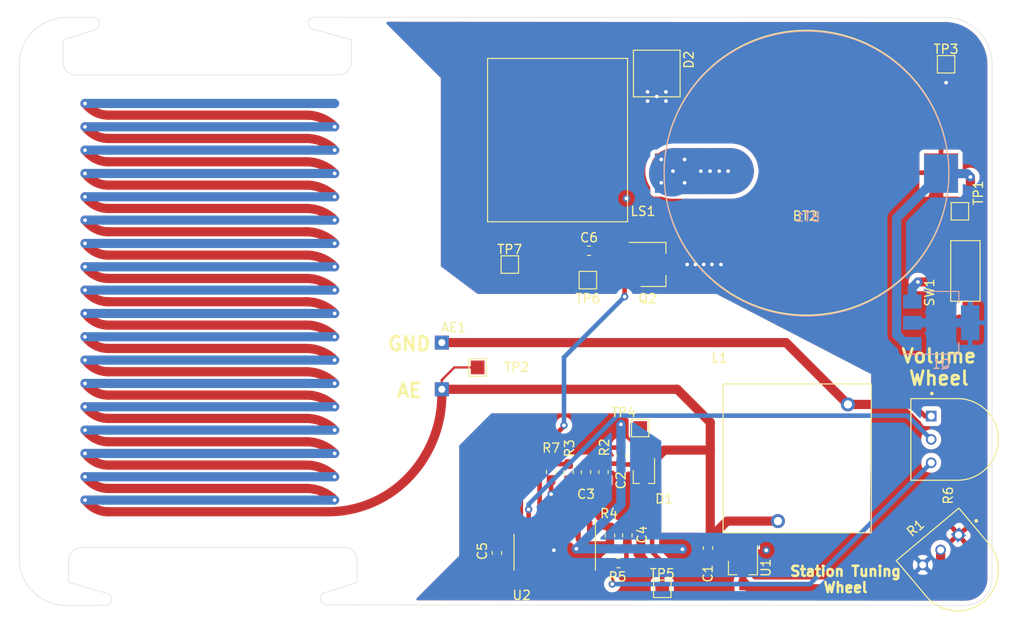
<source format=kicad_pcb>
(kicad_pcb (version 20211014) (generator pcbnew)
  (layers (0 "F.Cu" signal) (31 "B.Cu" signal) (34 "B.Paste" user) (35 "F.Paste" user) (36 "B.SilkS" user "B.Silkscreen") (37 "F.SilkS" user "F.Silkscreen") (38 "B.Mask" user) (39 "F.Mask" user) (44 "Edge.Cuts" user))
  (net 0 "")
  (net 1 "GND")
  (net 2 "Net-(AE1-Pad2)")
  (net 3 "/+Vbat")
  (net 4 "Net-(BT1-Pad2)")
  (net 5 "Net-(C2-Pad1)")
  (net 6 "Net-(C3-Pad2)")
  (net 7 "Net-(C4-Pad2)")
  (net 8 "Net-(C4-Pad1)")
  (net 9 "Net-(C6-Pad2)")
  (net 10 "Net-(BT1-Pad1)")
  (net 11 "Net-(Q2-Pad3)")
  (net 12 "Net-(C3-Pad1)")
  (net 13 "Net-(C5-Pad1)")
  (net 14 "Net-(R1-Pad2)")
  (net 15 "Net-(C6-Pad1)")
  (net 16 "Net-(C1-Pad2)")
  (net 17 "Net-(Q1-Pad3)")
  (net 18 "Net-(R6-Pad2)")
  (net 19 "Net-(R5-Pad1)")
  (footprint "WalletRadio:Loop_Antenna" (layer "F.Cu") (at 150.1 108.84 -90)
    (fp_text reference "AE1" (at -4.192 -1.284 180) (layer "F.SilkS"))
    (fp_text value "Antenna_Loop")
    (pad "1" thru_hole rect locked (at -2.54 0 270) (size 1.524 1.524) (drill 0.762) (layers *.Cu *.Mask) (net 1 "GND"))
    (pad "2" thru_hole rect locked (at 2.54 0 270) (size 1.524 1.524) (drill 0.762) (layers *.Cu *.Mask) (net 2 "Net-(AE1-Pad2)"))
  )
  (footprint "WalletRadio:20mmCoinCell" (layer "F.Cu") (at 189.8 87.8)
    (fp_text reference "BT2" (at -0.14 4.71) (layer "F.SilkS"))
    (fp_text value "Battery_Cell")
    (pad "1" smd rect locked (at -14.65 0) (size 3.7 4.2) (layers "F.Cu" "F.Paste" "F.Mask") (net 4 "Net-(BT1-Pad2)"))
    (pad "2" smd rect locked (at 14.65 0) (size 3.7 4.2) (layers "F.Cu" "F.Paste" "F.Mask") (net 1 "GND"))
  )
  (footprint "Capacitor_SMD:C_0603_1608Metric_Pad1.05x0.95mm_HandSolder" (layer "F.Cu") (at 165.8 120.4 90)
    (fp_text reference "C3" (at -2.4 0 180) (layer "F.SilkS"))
    (fp_text value "0.1uF")
    (pad "1" smd roundrect locked (at -0.875 0 90) (size 1.05 0.95) (layers "F.Cu" "F.Paste" "F.Mask") (net 12 "Net-(C3-Pad1)"))
    (pad "2" smd roundrect locked (at 0.875 0 90) (size 1.05 0.95) (layers "F.Cu" "F.Paste" "F.Mask") (net 6 "Net-(C3-Pad2)"))
  )
  (footprint "Capacitor_SMD:C_0603_1608Metric_Pad1.05x0.95mm_HandSolder" (layer "F.Cu") (at 169.6 118.6 90)
    (fp_text reference "C2" (at -2.7 0 90) (layer "F.SilkS"))
    (fp_text value "300pF")
    (pad "1" smd roundrect locked (at -0.875 0 90) (size 1.05 0.95) (layers "F.Cu" "F.Paste" "F.Mask") (net 5 "Net-(C2-Pad1)"))
    (pad "2" smd roundrect locked (at 0.875 0 90) (size 1.05 0.95) (layers "F.Cu" "F.Paste" "F.Mask") (net 1 "GND"))
  )
  (footprint "Resistor_SMD:R_0603_1608Metric_Pad1.05x0.95mm_HandSolder" (layer "F.Cu") (at 166.125 96.3)
    (fp_text reference "C6" (at 0 -1.43) (layer "F.SilkS"))
    (fp_text value "100uF")
    (pad "1" smd roundrect locked (at -0.875 0) (size 1.05 0.95) (layers "F.Cu" "F.Paste" "F.Mask") (net 15 "Net-(C6-Pad1)"))
    (pad "2" smd roundrect locked (at 0.875 0) (size 1.05 0.95) (layers "F.Cu" "F.Paste" "F.Mask") (net 9 "Net-(C6-Pad2)"))
  )
  (footprint "Package_TO_SOT_SMD:SOT-323_SC-70_Handsoldering" (layer "F.Cu") (at 172.1 120.9 -90)
    (fp_text reference "D1" (at 2.4 -2.2 180) (layer "F.SilkS"))
    (fp_text value "1N34 Germanium Diode")
    (pad "1" smd rect locked (at -1.33 -0.65 180) (size 0.45 1.5) (layers "F.Cu" "F.Paste" "F.Mask") (net 2 "Net-(AE1-Pad2)"))
    (pad "2" smd rect locked (at -1.33 0.65 180) (size 0.45 1.5) (layers "F.Cu" "F.Paste" "F.Mask") (net 5 "Net-(C2-Pad1)"))
    (pad "3" smd rect locked (at 1.33 0 180) (size 0.45 1.5) (layers "F.Cu" "F.Paste" "F.Mask"))
  )
  (footprint "WalletRadio:5.0SMDJ9.0CA" (layer "F.Cu") (at 173.5 77 90)
    (fp_text reference "D2" (at 1.5 3.5 90) (layer "F.SilkS"))
    (fp_text value "D_TVS")
    (pad "1" smd rect locked (at -2.55 0 90) (size 2 3.07) (layers "F.Cu" "F.Paste" "F.Mask") (net 3 "/+Vbat"))
    (pad "2" smd rect locked (at 2.55 0 90) (size 2 3.07) (layers "F.Cu" "F.Paste" "F.Mask") (net 1 "GND"))
  )
  (footprint "Resistor_SMD:R_0603_1608Metric_Pad1.05x0.95mm_HandSolder" (layer "F.Cu") (at 168.4 127.3 90)
    (fp_text reference "R4" (at 2.4 -0.1 180) (layer "F.SilkS"))
    (fp_text value "1M")
    (pad "1" smd roundrect locked (at -0.875 0 90) (size 1.05 0.95) (layers "F.Cu" "F.Paste" "F.Mask") (net 12 "Net-(C3-Pad1)"))
    (pad "2" smd roundrect locked (at 0.875 0 90) (size 1.05 0.95) (layers "F.Cu" "F.Paste" "F.Mask") (net 8 "Net-(C4-Pad1)"))
  )
  (footprint "Resistor_SMD:R_0603_1608Metric_Pad1.05x0.95mm_HandSolder" (layer "F.Cu") (at 162 120.375 90)
    (fp_text reference "R7" (at 2.6 0 180) (layer "F.SilkS"))
    (fp_text value "220K")
    (pad "1" smd roundrect locked (at -0.875 0 90) (size 1.05 0.95) (layers "F.Cu" "F.Paste" "F.Mask") (net 3 "/+Vbat"))
    (pad "2" smd roundrect locked (at 0.875 0 90) (size 1.05 0.95) (layers "F.Cu" "F.Paste" "F.Mask") (net 13 "Net-(C5-Pad1)"))
  )
  (footprint "Resistor_SMD:R_0603_1608Metric_Pad1.05x0.95mm_HandSolder" (layer "F.Cu") (at 163.9 120.4 90)
    (fp_text reference "R3" (at 2.6 0.1 90) (layer "F.SilkS"))
    (fp_text value "120K")
    (pad "1" smd roundrect locked (at -0.875 0 90) (size 1.05 0.95) (layers "F.Cu" "F.Paste" "F.Mask") (net 6 "Net-(C3-Pad2)"))
    (pad "2" smd roundrect locked (at 0.875 0 90) (size 1.05 0.95) (layers "F.Cu" "F.Paste" "F.Mask") (net 13 "Net-(C5-Pad1)"))
  )
  (footprint "Resistor_SMD:R_0603_1608Metric_Pad1.05x0.95mm_HandSolder" (layer "F.Cu") (at 169.325 130.3)
    (fp_text reference "R5" (at -0.1 1.5) (layer "F.SilkS"))
    (fp_text value "10K")
    (pad "1" smd roundrect locked (at -0.875 0) (size 1.05 0.95) (layers "F.Cu" "F.Paste" "F.Mask") (net 19 "Net-(R5-Pad1)"))
    (pad "2" smd roundrect locked (at 0.875 0) (size 1.05 0.95) (layers "F.Cu" "F.Paste" "F.Mask") (net 7 "Net-(C4-Pad2)"))
  )
  (footprint "Resistor_SMD:R_0603_1608Metric_Pad1.05x0.95mm_HandSolder" (layer "F.Cu") (at 167.7 120.4 -90)
    (fp_text reference "R2" (at -2.7 -0.1 90) (layer "F.SilkS"))
    (fp_text value "100K")
    (pad "1" smd roundrect locked (at -0.875 0 270) (size 1.05 0.95) (layers "F.Cu" "F.Paste" "F.Mask") (net 5 "Net-(C2-Pad1)"))
    (pad "2" smd roundrect locked (at 0.875 0 270) (size 1.05 0.95) (layers "F.Cu" "F.Paste" "F.Mask") (net 6 "Net-(C3-Pad2)"))
  )
  (footprint "Package_SO:SOIC-14_3.9x8.7mm_P1.27mm" (layer "F.Cu") (at 162.39 129.125 -90)
    (fp_text reference "U2" (at 4.675 3.59 180) (layer "F.SilkS"))
    (fp_text value "LM324A")
    (pad "1" smd roundrect locked (at -2.475 -3.81 270) (size 1.95 0.6) (layers "F.Cu" "F.Paste" "F.Mask") (net 8 "Net-(C4-Pad1)"))
    (pad "2" smd roundrect locked (at -2.475 -2.54 270) (size 1.95 0.6) (layers "F.Cu" "F.Paste" "F.Mask") (net 12 "Net-(C3-Pad1)"))
    (pad "3" smd roundrect locked (at -2.475 -1.27 270) (size 1.95 0.6) (layers "F.Cu" "F.Paste" "F.Mask") (net 13 "Net-(C5-Pad1)"))
    (pad "4" smd roundrect locked (at -2.475 0 270) (size 1.95 0.6) (layers "F.Cu" "F.Paste" "F.Mask") (net 3 "/+Vbat"))
    (pad "5" smd roundrect locked (at -2.475 1.27 270) (size 1.95 0.6) (layers "F.Cu" "F.Paste" "F.Mask") (net 13 "Net-(C5-Pad1)"))
    (pad "6" smd roundrect locked (at -2.475 2.54 270) (size 1.95 0.6) (layers "F.Cu" "F.Paste" "F.Mask") (net 18 "Net-(R6-Pad2)"))
    (pad "7" smd roundrect locked (at -2.475 3.81 270) (size 1.95 0.6) (layers "F.Cu" "F.Paste" "F.Mask") (net 11 "Net-(Q2-Pad3)"))
    (pad "8" smd roundrect locked (at 2.475 3.81 270) (size 1.95 0.6) (layers "F.Cu" "F.Paste" "F.Mask"))
    (pad "9" smd roundrect locked (at 2.475 2.54 270) (size 1.95 0.6) (layers "F.Cu" "F.Paste" "F.Mask"))
    (pad "10" smd roundrect locked (at 2.475 1.27 270) (size 1.95 0.6) (layers "F.Cu" "F.Paste" "F.Mask"))
    (pad "11" smd roundrect locked (at 2.475 0 270) (size 1.95 0.6) (layers "F.Cu" "F.Paste" "F.Mask") (net 1 "GND"))
    (pad "12" smd roundrect locked (at 2.475 -1.27 270) (size 1.95 0.6) (layers "F.Cu" "F.Paste" "F.Mask"))
    (pad "13" smd roundrect locked (at 2.475 -2.54 270) (size 1.95 0.6) (layers "F.Cu" "F.Paste" "F.Mask"))
    (pad "14" smd roundrect locked (at 2.475 -3.81 270) (size 1.95 0.6) (layers "F.Cu" "F.Paste" "F.Mask"))
  )
  (footprint "WalletRadio:Wall" (layer "F.Cu") (at 162.7 90.6 180)
    (fp_text reference "LS1" (at -9.3 -1.4) (layer "F.SilkS"))
    (fp_text value "8 Ohm Speaker")
    (pad "1" smd rect locked (at 5.15 0 180) (size 1.5 2) (layers "F.Cu" "F.Paste" "F.Mask") (net 15 "Net-(C6-Pad1)"))
    (pad "2" smd rect locked (at -5.15 0 180) (size 1.5 2) (layers "F.Cu" "F.Paste" "F.Mask") (net 1 "GND"))
  )
  (footprint "Capacitor_SMD:C_0603_1608Metric_Pad1.05x0.95mm_HandSolder" (layer "F.Cu") (at 170.3 127.275 -90)
    (fp_text reference "C4" (at -0.075 -1.6 90) (layer "F.SilkS"))
    (fp_text value "0.47uF")
    (pad "1" smd roundrect locked (at -0.875 0 270) (size 1.05 0.95) (layers "F.Cu" "F.Paste" "F.Mask") (net 8 "Net-(C4-Pad1)"))
    (pad "2" smd roundrect locked (at 0.875 0 270) (size 1.05 0.95) (layers "F.Cu" "F.Paste" "F.Mask") (net 7 "Net-(C4-Pad2)"))
  )
  (footprint "Capacitor_SMD:C_0603_1608Metric_Pad1.05x0.95mm_HandSolder" (layer "F.Cu") (at 156.1 129.2 -90)
    (fp_text reference "C5" (at -0.2 1.6 90) (layer "F.SilkS"))
    (fp_text value "0.1uF")
    (pad "1" smd roundrect locked (at -0.875 0 270) (size 1.05 0.95) (layers "F.Cu" "F.Paste" "F.Mask") (net 13 "Net-(C5-Pad1)"))
    (pad "2" smd roundrect locked (at 0.875 0 270) (size 1.05 0.95) (layers "F.Cu" "F.Paste" "F.Mask") (net 1 "GND"))
  )
  (footprint "WalletRadio:CUS-12TB_Switch" (layer "F.Cu") (at 202 98.5 90)
    (fp_text reference "SW1" (at -2.338 1.2 90) (layer "F.SilkS"))
    (fp_text value "SW_DIP_x01")
    (pad "1" smd rect locked (at -2.25 2.9 90) (size 0.6 1.2) (layers "F.Cu" "F.Paste" "F.Mask") (net 17 "Net-(Q1-Pad3)"))
    (pad "2" smd rect locked (at 0.75 2.9 90) (size 0.6 1.2) (layers "F.Cu" "F.Paste" "F.Mask") (net 1 "GND"))
    (pad "3" smd rect locked (at 2.25 2.9 90) (size 0.6 1.2) (layers "F.Cu" "F.Paste" "F.Mask"))
    (pad "4" smd rect locked (at -3.8 3.81 180) (size 0.6 1) (layers "F.Cu" "F.Paste" "F.Mask"))
    (pad "4" smd rect locked (at -3.8 5.08 180) (size 0.6 1) (layers "F.Cu" "F.Paste" "F.Mask"))
    (pad "4" smd rect locked (at 3.8 3.81 180) (size 0.6 1) (layers "F.Cu" "F.Paste" "F.Mask"))
    (pad "4" smd rect locked (at 3.8 5.08 180) (size 0.6 1) (layers "F.Cu" "F.Paste" "F.Mask"))
  )
  (footprint "Package_TO_SOT_SMD:SOT-89-3_Handsoldering" (layer "F.Cu") (at 172.72 97.79)
    (fp_text reference "Q2" (at -0.22 3.71) (layer "F.SilkS"))
    (fp_text value "Q_NPN_ECB")
    (pad "1" smd rect locked (at -1.98 -1.5 270) (size 1 2.5) (layers "F.Cu" "F.Paste" "F.Mask") (net 9 "Net-(C6-Pad2)"))
    (pad "2" smd rect locked (at -1.98 0 270) (size 1 2.5) (layers "F.Cu" "F.Paste" "F.Mask") (net 3 "/+Vbat"))
    (pad "2" smd rect locked (at 1.98 0 270) (size 2 4) (layers "F.Cu" "F.Paste" "F.Mask") (net 3 "/+Vbat"))
    (pad "2" smd trapezoid locked (at -0.37 0 90) (size 1.5 0.75) (rect_delta 0 0.5) (layers "F.Cu" "F.Paste" "F.Mask") (net 3 "/+Vbat"))
    (pad "3" smd rect locked (at -1.98 1.5 270) (size 1 2.5) (layers "F.Cu" "F.Paste" "F.Mask") (net 11 "Net-(Q2-Pad3)"))
  )
  (footprint "TestPoint:TestPoint_Pad_1.5x1.5mm" (layer "F.Cu") (at 206.5 92)
    (fp_text reference "TP1" (at 2 -2 90) (layer "F.SilkS"))
    (fp_text value "TestPoint")
    (pad "1" smd rect locked (at 0 0) (size 1.5 1.5) (layers "F.Cu" "F.Mask") (net 10 "Net-(BT1-Pad1)"))
  )
  (footprint "TestPoint:TestPoint_Pad_1.5x1.5mm" (layer "F.Cu") (at 154 109)
    (fp_text reference "TP2" (at 4.242 -0.034) (layer "F.SilkS"))
    (fp_text value "TestPoint")
    (pad "1" smd rect locked (at 0 0) (size 1.5 1.5) (layers "F.Cu" "F.Mask") (net 2 "Net-(AE1-Pad2)"))
  )
  (footprint "TestPoint:TestPoint_Pad_1.5x1.5mm" (layer "F.Cu") (at 205 76)
    (fp_text reference "TP3" (at 0 -1.648) (layer "F.SilkS"))
    (fp_text value "TestPoint")
    (pad "1" smd rect locked (at 0 0) (size 1.5 1.5) (layers "F.Cu" "F.Mask") (net 3 "/+Vbat"))
  )
  (footprint "TestPoint:TestPoint_Pad_1.5x1.5mm" (layer "F.Cu") (at 157.5 97.8)
    (fp_text reference "TP7" (at 0 -1.648) (layer "F.SilkS"))
    (fp_text value "TestPoint")
    (pad "1" smd rect locked (at 0 0) (size 1.5 1.5) (layers "F.Cu" "F.Mask") (net 15 "Net-(C6-Pad1)"))
  )
  (footprint "TestPoint:TestPoint_Pad_1.5x1.5mm" (layer "F.Cu") (at 171.7 115.6)
    (fp_text reference "TP4" (at -1.8 -1.7) (layer "F.SilkS"))
    (fp_text value "TestPoint")
    (pad "1" smd rect locked (at 0 0) (size 1.5 1.5) (layers "F.Cu" "F.Mask") (net 5 "Net-(C2-Pad1)"))
  )
  (footprint "TestPoint:TestPoint_Pad_1.5x1.5mm" (layer "F.Cu") (at 166 99.5)
    (fp_text reference "TP6" (at 0 2) (layer "F.SilkS"))
    (fp_text value "TestPoint")
    (pad "1" smd rect locked (at 0 0) (size 1.5 1.5) (layers "F.Cu" "F.Mask") (net 11 "Net-(Q2-Pad3)"))
  )
  (footprint "TestPoint:TestPoint_Pad_1.5x1.5mm" (layer "F.Cu") (at 174.1 133.1)
    (fp_text reference "TP5" (at 0 -1.648) (layer "F.SilkS"))
    (fp_text value "TestPoint")
    (pad "1" smd rect locked (at 0 0) (size 1.5 1.5) (layers "F.Cu" "F.Mask") (net 8 "Net-(C4-Pad1)"))
  )
  (footprint "Capacitor_SMD:C_0603_1608Metric_Pad1.08x0.95mm_HandSolder" (layer "F.Cu") (at 179.07 128.6775 -90)
    (fp_text reference "C1" (at 2.7675 0 90) (layer "F.SilkS"))
    (fp_text value "10n")
    (pad "1" smd roundrect locked (at -0.8625 0 270) (size 1.075 0.95) (layers "F.Cu" "F.Paste" "F.Mask") (net 2 "Net-(AE1-Pad2)"))
    (pad "2" smd roundrect locked (at 0.8625 0 270) (size 1.075 0.95) (layers "F.Cu" "F.Paste" "F.Mask") (net 16 "Net-(C1-Pad2)"))
  )
  (footprint "Package_TO_SOT_SMD:SOT-23_Handsoldering" (layer "F.Cu") (at 182.88 130.81 -90)
    (fp_text reference "U1" (at 0 -2.5 90) (layer "F.SilkS"))
    (fp_text value "BB201")
    (pad "1" smd rect locked (at -1.5 -0.95 270) (size 1.9 0.8) (layers "F.Cu" "F.Paste" "F.Mask") (net 1 "GND"))
    (pad "2" smd rect locked (at -1.5 0.95 270) (size 1.9 0.8) (layers "F.Cu" "F.Paste" "F.Mask") (net 16 "Net-(C1-Pad2)"))
    (pad "3" smd rect locked (at 1.5 0 270) (size 1.9 0.8) (layers "F.Cu" "F.Paste" "F.Mask") (net 14 "Net-(R1-Pad2)"))
  )
  (footprint "WalletRadio:PE-53828NL" (layer "F.Cu") (at 196.85 121.92 180)
    (fp_text reference "L1" (at 16.51 13.97) (layer "F.SilkS"))
    (fp_text value "168uH")
    (pad "1" thru_hole circle locked (at 10.16 -3.81 180) (size 1.53 1.53) (drill 0.9) (layers *.Cu *.Mask) (net 2 "Net-(AE1-Pad2)"))
    (pad "2" thru_hole circle locked (at 2.54 8.89 180) (size 1.53 1.53) (drill 0.9) (layers *.Cu *.Mask) (net 1 "GND"))
  )
  (footprint "WalletRadio:TRIM_3352T-1-103LF" (layer "F.Cu") (at 206.248 131.064 -140)
    (fp_text reference "R1" (at 0.56353 6.44118 40) (layer "F.SilkS"))
    (fp_text value "3352T-1-103LF")
    (pad "1" thru_hole rect locked (at -2.54 2.87 220) (size 1.16 1.16) (drill 0.76) (layers *.Cu *.Mask) (net 1 "GND"))
    (pad "2" thru_hole circle locked (at 0 2.87 220) (size 1.16 1.16) (drill 0.76) (layers *.Cu *.Mask) (net 14 "Net-(R1-Pad2)"))
    (pad "3" thru_hole circle locked (at 2.54 2.87 220) (size 1.16 1.16) (drill 0.76) (layers *.Cu *.Mask) (net 3 "/+Vbat"))
  )
  (footprint "WalletRadio:TRIM_3352T-1-103LF" (layer "F.Cu") (at 206.248 116.84 -90)
    (fp_text reference "R6" (at 6.096 1.016 90) (layer "F.SilkS"))
    (fp_text value "3352T-1-104LF")
    (pad "1" thru_hole rect locked (at -2.54 2.87 270) (size 1.16 1.16) (drill 0.76) (layers *.Cu *.Mask) (net 9 "Net-(C6-Pad2)"))
    (pad "2" thru_hole circle locked (at 0 2.87 270) (size 1.16 1.16) (drill 0.76) (layers *.Cu *.Mask) (net 18 "Net-(R6-Pad2)"))
    (pad "3" thru_hole circle locked (at 2.54 2.87 270) (size 1.16 1.16) (drill 0.76) (layers *.Cu *.Mask) (net 19 "Net-(R5-Pad1)"))
  )
  (footprint "WalletRadio:20mmCoinCell" (layer "B.Cu") (at 189.8 87.9 180)
    (fp_text reference "BT1" (at -0.14 -4.71) (layer "B.SilkS") (effects (justify mirror)))
    (fp_text value "Battery_Cell")
    (pad "1" smd rect locked (at -14.65 0 180) (size 3.7 4.2) (layers "B.Cu" "B.Paste" "B.Mask") (net 10 "Net-(BT1-Pad1)"))
    (pad "2" smd rect locked (at 14.65 0 180) (size 3.7 4.2) (layers "B.Cu" "B.Paste" "B.Mask") (net 4 "Net-(BT1-Pad2)"))
  )
  (footprint "Package_TO_SOT_SMD:SOT-223" (layer "B.Cu") (at 204.47 104.14)
    (fp_text reference "Q1" (at 0 4.5) (layer "B.SilkS") (effects (justify mirror)))
    (fp_text value "BSP315P")
    (pad "1" smd rect locked (at -3.15 2.3) (size 2 1.5) (layers "B.Cu" "B.Paste" "B.Mask") (net 10 "Net-(BT1-Pad1)"))
    (pad "2" smd rect locked (at -3.15 0) (size 2 1.5) (layers "B.Cu" "B.Paste" "B.Mask") (net 3 "/+Vbat"))
    (pad "3" smd rect locked (at -3.15 -2.3) (size 2 1.5) (layers "B.Cu" "B.Paste" "B.Mask") (net 17 "Net-(Q1-Pad3)"))
    (pad "4" smd rect locked (at 3.15 0) (size 2 3.8) (layers "B.Cu" "B.Paste" "B.Mask") (net 3 "/+Vbat"))
  )
  (gr_arc (start 109.2 134.9) (mid 105.593755 133.406245) (end 104.1 129.8) (layer "Edge.Cuts") (width 0.05))
  (gr_line (start 110.2233 77.153983) (end 138.8364 77.1525) (layer "Edge.Cuts") (width 0.05))
  (gr_line (start 113.584083 133.566871) (end 109.474 132.4102) (layer "Edge.Cuts") (width 0.05))
  (gr_line (start 140.8684 132.4102) (end 140.8684 130.0226) (layer "Edge.Cuts") (width 0.05))
  (gr_line (start 137.2489 133.5532) (end 140.8684 132.4102) (layer "Edge.Cuts") (width 0.05))
  (gr_line (start 109.474 132.4102) (end 109.474 130.0226) (layer "Edge.Cuts") (width 0.05))
  (gr_line (start 140.5328 134.8527) (end 137.472963 134.852052) (layer "Edge.Cuts") (width 0.05))
  (gr_arc (start 109.474 130.0226) (mid 109.890611 129.016811) (end 110.8964 128.6002) (layer "Edge.Cuts") (width 0.05))
  (gr_line (start 139.5095 128.598717) (end 110.8964 128.6002) (layer "Edge.Cuts") (width 0.05))
  (gr_arc (start 139.5095 128.598717) (mid 140.493631 129.019883) (end 140.8684 130.0226) (layer "Edge.Cuts") (width 0.05))
  (gr_arc (start 113.584083 133.566871) (mid 114.164669 134.230321) (end 113.576099 134.886699) (layer "Edge.Cuts") (width 0.05))
  (gr_arc (start 137.472963 134.852052) (mid 136.902559 134.2817) (end 137.248901 133.553201) (layer "Edge.Cuts") (width 0.05))
  (gr_line (start 109.2 134.9) (end 113.576099 134.886699) (layer "Edge.Cuts") (width 0.05))
  (gr_line (start 207.1 134.9) (end 140.5328 134.8527) (layer "Edge.Cuts") (width 0.05))
  (gr_line (start 112.4839 72.1995) (end 108.8644 73.3425) (layer "Edge.Cuts") (width 0.05))
  (gr_arc (start 112.259837 70.900648) (mid 112.830241 71.471) (end 112.483899 72.199499) (layer "Edge.Cuts") (width 0.05))
  (gr_line (start 109.2 70.9) (end 112.259837 70.900648) (layer "Edge.Cuts") (width 0.05))
  (gr_arc (start 210 132) (mid 209.15061 134.05061) (end 207.1 134.9) (layer "Edge.Cuts") (width 0.05))
  (gr_line (start 210 132) (end 210 76) (layer "Edge.Cuts") (width 0.05))
  (gr_arc (start 204.9 70.9) (mid 208.506245 72.393755) (end 210 76) (layer "Edge.Cuts") (width 0.05))
  (gr_arc (start 104.1 76) (mid 105.593755 72.393755) (end 109.2 70.9) (layer "Edge.Cuts") (width 0.05))
  (gr_line (start 136.156701 70.866001) (end 204.9 70.9) (layer "Edge.Cuts") (width 0.05))
  (gr_arc (start 110.2233 77.153983) (mid 109.239169 76.732817) (end 108.8644 75.7301) (layer "Edge.Cuts") (width 0.05))
  (gr_arc (start 140.2588 75.7301) (mid 139.842189 76.735889) (end 138.8364 77.1525) (layer "Edge.Cuts") (width 0.05))
  (gr_line (start 108.8644 73.3425) (end 108.8644 75.7301) (layer "Edge.Cuts") (width 0.05))
  (gr_arc (start 136.148717 72.185829) (mid 135.568131 71.522379) (end 136.156701 70.866001) (layer "Edge.Cuts") (width 0.05))
  (gr_line (start 140.2588 73.3425) (end 140.2588 75.7301) (layer "Edge.Cuts") (width 0.05))
  (gr_line (start 136.148717 72.185829) (end 140.2588 73.3425) (layer "Edge.Cuts") (width 0.05))
  (gr_line (start 104.1 129.8) (end 104.1 76) (layer "Edge.Cuts") (width 0.05))
  (gr_text "Station Tuning\nWheel" (at 194.056 132.08) (layer "F.SilkS") (effects (font (size 1.1 1.1) (thickness 0.275))))
  (gr_text "GND" (at 146.558 106.426) (layer "F.SilkS") (effects (font (size 1.5 1.5) (thickness 0.3))))
  (gr_text "AE" (at 146.558 111.506) (layer "F.SilkS") (effects (font (size 1.5 1.5) (thickness 0.3))))
  (gr_text "Volume\nWheel" (at 204.216 108.966) (layer "F.SilkS") (effects (font (size 1.5 1.5) (thickness 0.3))))
  (segment (start 194.31 113.03) (end 197.358 113.03) (width 1) (layer "F.Cu") (net 1))
  (segment (start 204.45 89.515) (end 203.599999 90.365001) (width 1) (layer "F.Cu") (net 1))
  (segment (start 194.31 113.03) (end 187.58 106.3) (width 1) (layer "F.Cu") (net 1))
  (segment (start 161.94 130.075) (end 162.39 130.525) (width 0.5) (layer "F.Cu") (net 1))
  (segment (start 185.015 129.31) (end 185.42 128.905) (width 1) (layer "F.Cu") (net 1))
  (segment (start 164.751459 128.748541) (end 164.35146 129.14854) (width 0.5) (layer "F.Cu") (net 1))
  (segment (start 164.35146 129.14854) (end 163.76646 129.14854) (width 0.5) (layer "F.Cu") (net 1))
  (segment (start 203.599999 97.110001) (end 204.239998 97.75) (width 1) (layer "F.Cu") (net 1))
  (segment (start 187.58 106.3) (end 150.1 106.3) (width 1) (layer "F.Cu") (net 1))
  (segment (start 167.85 90.6) (end 170.2 90.6) (width 1) (layer "F.Cu") (net 1))
  (segment (start 204.45 87.8) (end 204.45 89.515) (width 1) (layer "F.Cu") (net 1))
  (segment (start 203.599999 90.365001) (end 203.599999 97.110001) (width 1) (layer "F.Cu") (net 1))
  (segment (start 163.76646 129.14854) (end 162.39 130.525) (width 0.5) (layer "F.Cu") (net 1))
  (segment (start 169.6 117.725) (end 169.6 115.2) (width 1) (layer "F.Cu") (net 1))
  (segment (start 183.83 129.31) (end 185.015 129.31) (width 1) (layer "F.Cu") (net 1))
  (segment (start 204.239998 97.75) (end 204.9 97.75) (width 1) (layer "F.Cu") (net 1))
  (segment (start 156.1 130.075) (end 161.94 130.075) (width 0.5) (layer "F.Cu") (net 1))
  (segment (start 162.39 130.525) (end 162.39 131.6) (width 0.5) (layer "F.Cu") (net 1))
  (segment (start 162.39 131.6) (end 162.39 133.39) (width 0.5) (layer "F.Cu") (net 1))
  (via (at 170.2 90.6) (size 0.8) (drill 0.4) (layers "F.Cu" "B.Cu") (net 1))
  (via (at 176.3 128.8) (size 0.8) (drill 0.4) (layers "F.Cu" "B.Cu") (net 1))
  (via (at 164.751459 128.748541) (size 0.8) (drill 0.4) (layers "F.Cu" "B.Cu") (net 1))
  (via (at 169.6 115.2) (size 0.8) (drill 0.4) (layers "F.Cu" "B.Cu") (net 1))
  (via (at 185.42 128.905) (size 0.8) (drill 0.4) (layers "F.Cu" "B.Cu") (net 1))
  (segment (start 164.751459 128.748541) (end 176.248541 128.748541) (width 1) (layer "B.Cu") (net 1))
  (segment (start 169.6 123.9) (end 164.751459 128.748541) (width 1) (layer "B.Cu") (net 1))
  (segment (start 169.6 115.2) (end 169.6 123.9) (width 1) (layer "B.Cu") (net 1))
  (segment (start 176.248541 128.748541) (end 176.3 128.8) (width 1) (layer "B.Cu") (net 1))
  (segment (start 154 109) (end 151.468 109) (width 0.25) (layer "F.Cu") (net 2))
  (segment (start 135.363949 112.014) (end 113.792 112.014) (width 1) (layer "F.Cu") (net 2))
  (segment (start 179.324 117.856) (end 179.324 127.561) (width 1) (layer "F.Cu") (net 2))
  (segment (start 135.363949 89.154) (end 113.792 89.154) (width 1) (layer "F.Cu") (net 2))
  (segment (start 111.623975 93.335974) (end 111.252 92.964) (width 1) (layer "F.Cu") (net 2))
  (segment (start 179.324 127.561) (end 179.07 127.815) (width 1) (layer "F.Cu") (net 2))
  (segment (start 111.623975 90.795974) (end 111.252 90.424) (width 1) (layer "F.Cu") (net 2))
  (segment (start 111.623975 111.115974) (end 111.252 110.744) (width 1) (layer "F.Cu") (net 2))
  (segment (start 135.363949 91.694) (end 113.792 91.694) (width 1) (layer "F.Cu") (net 2))
  (segment (start 135.363949 104.394) (end 113.792 104.394) (width 1) (layer "F.Cu") (net 2))
  (segment (start 111.623975 100.955974) (end 111.252 100.584) (width 1) (layer "F.Cu") (net 2))
  (segment (start 111.623975 118.735974) (end 111.252 118.364) (width 1) (layer "F.Cu") (net 2))
  (segment (start 137.719057 124.714) (end 113.766471 124.714) (width 1) (layer "F.Cu") (net 2))
  (segment (start 175.73 111.38) (end 179.324 114.974) (width 1) (layer "F.Cu") (net 2))
  (segment (start 111.623975 121.275974) (end 111.252 120.904) (width 1) (layer "F.Cu") (net 2))
  (segment (start 111.642026 123.834026) (end 111.252 123.444) (width 1) (layer "F.Cu") (net 2))
  (segment (start 135.363949 94.234) (end 113.792 94.234) (width 1) (layer "F.Cu") (net 2))
  (segment (start 111.623975 113.655974) (end 111.252 113.284) (width 1) (layer "F.Cu") (net 2))
  (segment (start 135.363949 114.554) (end 113.792 114.554) (width 1) (layer "F.Cu") (net 2))
  (segment (start 150.1 111.38) (end 150.1 111.993646) (width 1) (layer "F.Cu") (net 2))
  (segment (start 135.363949 99.314) (end 113.792 99.314) (width 1) (layer "F.Cu") (net 2))
  (segment (start 135.363949 119.634) (end 113.792 119.634) (width 1) (layer "F.Cu") (net 2))
  (segment (start 111.623975 98.415974) (end 111.252 98.044) (width 1) (layer "F.Cu") (net 2))
  (segment (start 135.363949 84.074) (end 113.792 84.074) (width 1) (layer "F.Cu") (net 2))
  (segment (start 111.623975 80.635974) (end 111.252 80.264) (width 1) (layer "F.Cu") (net 2))
  (segment (start 135.363949 86.614) (end 113.792 86.614) (width 1) (layer "F.Cu") (net 2))
  (segment (start 135.363949 117.094) (end 113.792 117.094) (width 1) (layer "F.Cu") (net 2))
  (segment (start 179.18 118) (end 179.324 117.856) (width 1) (layer "F.Cu") (net 2))
  (segment (start 135.363949 101.854) (end 113.792 101.854) (width 1) (layer "F.Cu") (net 2))
  (segment (start 111.623975 116.195974) (end 111.252 115.824) (width 1) (layer "F.Cu") (net 2))
  (segment (start 135.363949 81.534) (end 113.792 81.534) (width 1) (layer "F.Cu") (net 2))
  (segment (start 135.363949 122.174) (end 113.792 122.174) (width 1) (layer "F.Cu") (net 2))
  (segment (start 111.623975 88.255974) (end 111.252 87.884) (width 1) (layer "F.Cu") (net 2))
  (segment (start 111.623975 108.575974) (end 111.252 108.204) (width 1) (layer "F.Cu") (net 2))
  (segment (start 181.155 125.73) (end 179.07 127.815) (width 1) (layer "F.Cu") (net 2))
  (segment (start 111.623975 85.715974) (end 111.252 85.344) (width 1) (layer "F.Cu") (net 2))
  (segment (start 174.32 118) (end 172.75 119.57) (width 1) (layer "F.Cu") (net 2))
  (segment (start 186.69 125.73) (end 181.155 125.73) (width 1) (layer "F.Cu") (net 2))
  (segment (start 111.623975 103.495974) (end 111.252 103.124) (width 1) (layer "F.Cu") (net 2))
  (segment (start 150.1 111.38) (end 175.73 111.38) (width 1) (layer "F.Cu") (net 2))
  (segment (start 150.1 110.368) (end 150.1 111.38) (width 0.25) (layer "F.Cu") (net 2))
  (segment (start 174.32 118) (end 179.18 118) (width 1) (layer "F.Cu") (net 2))
  (segment (start 111.623975 83.175974) (end 111.252 82.804) (width 1) (layer "F.Cu") (net 2))
  (segment (start 135.363949 96.774) (end 113.792 96.774) (width 1) (layer "F.Cu") (net 2))
  (segment (start 135.363949 109.474) (end 113.792 109.474) (width 1) (layer "F.Cu") (net 2))
  (segment (start 179.324 114.974) (end 179.324 117.856) (width 1) (layer "F.Cu") (net 2))
  (segment (start 151.468 109) (end 150.1 110.368) (width 0.25) (layer "F.Cu") (net 2))
  (segment (start 111.623975 106.035974) (end 111.252 105.664) (width 1) (layer "F.Cu") (net 2))
  (segment (start 111.623975 95.875974) (end 111.252 95.504) (width 1) (layer "F.Cu") (net 2))
  (segment (start 135.363949 106.934) (end 113.792 106.934) (width 1) (layer "F.Cu") (net 2))
  (via (at 111.252 87.884) (size 0.8) (drill 0.4) (layers "F.Cu" "B.Cu") (net 2))
  (via (at 111.252 108.204) (size 0.8) (drill 0.4) (layers "F.Cu" "B.Cu") (net 2))
  (via (at 111.252 110.744) (size 0.8) (drill 0.4) (layers "F.Cu" "B.Cu") (net 2))
  (via (at 111.252 115.824) (size 0.8) (drill 0.4) (layers "F.Cu" "B.Cu") (net 2))
  (via (at 111.252 98.044) (size 0.8) (drill 0.4) (layers "F.Cu" "B.Cu") (net 2))
  (via (at 138.43 118.364) (size 0.8) (drill 0.4) (layers "F.Cu" "B.Cu") (net 2))
  (via (at 138.43 120.904) (size 0.8) (drill 0.4) (layers "F.Cu" "B.Cu") (net 2))
  (via (at 138.43 95.504) (size 0.8) (drill 0.4) (layers "F.Cu" "B.Cu") (net 2))
  (via (at 138.43 85.344) (size 0.8) (drill 0.4) (layers "F.Cu" "B.Cu") (net 2))
  (via (at 138.43 103.124) (size 0.8) (drill 0.4) (layers "F.Cu" "B.Cu") (net 2))
  (via (at 138.43 100.584) (size 0.8) (drill 0.4) (layers "F.Cu" "B.Cu") (net 2))
  (via (at 111.252 113.284) (size 0.8) (drill 0.4) (layers "F.Cu" "B.Cu") (net 2))
  (via (at 111.252 118.364) (size 0.8) (drill 0.4) (layers "F.Cu" "B.Cu") (net 2))
  (via (at 138.43 108.204) (size 0.8) (drill 0.4) (layers "F.Cu" "B.Cu") (net 2))
  (via (at 138.43 113.284) (size 0.8) (drill 0.4) (layers "F.Cu" "B.Cu") (net 2))
  (via (at 138.43 115.824) (size 0.8) (drill 0.4) (layers "F.Cu" "B.Cu") (net 2))
  (via (at 111.252 95.504) (size 0.8) (drill 0.4) (layers "F.Cu" "B.Cu") (net 2))
  (via (at 138.43 82.804) (size 0.8) (drill 0.4) (layers "F.Cu" "B.Cu") (net 2))
  (via (at 111.252 100.584) (size 0.8) (drill 0.4) (layers "F.Cu" "B.Cu") (net 2))
  (via (at 111.252 90.424) (size 0.8) (drill 0.4) (layers "F.Cu" "B.Cu") (net 2))
  (via (at 111.252 92.964) (size 0.8) (drill 0.4) (layers "F.Cu" "B.Cu") (net 2))
  (via (at 138.43 98.044) (size 0.8) (drill 0.4) (layers "F.Cu" "B.Cu") (net 2))
  (via (at 138.43 92.964) (size 0.8) (drill 0.4) (layers "F.Cu" "B.Cu") (net 2))
  (via (at 111.252 80.264) (size 0.8) (drill 0.4) (layers "F.Cu" "B.Cu") (net 2))
  (via (at 111.252 82.804) (size 0.8) (drill 0.4) (layers "F.Cu" "B.Cu") (net 2))
  (via (at 111.252 103.124) (size 0.8) (drill 0.4) (layers "F.Cu" "B.Cu") (net 2))
  (via (at 138.43 90.424) (size 0.8) (drill 0.4) (layers "F.Cu" "B.Cu") (net 2))
  (via (at 138.43 123.444) (size 0.8) (drill 0.4) (layers "F.Cu" "B.Cu") (net 2))
  (via (at 138.43 87.884) (size 0.8) (drill 0.4) (layers "F.Cu" "B.Cu") (net 2))
  (via (at 138.43 105.664) (size 0.8) (drill 0.4) (layers "F.Cu" "B.Cu") (net 2))
  (via (at 111.252 120.904) (size 0.8) (drill 0.4) (layers "F.Cu" "B.Cu") (net 2))
  (via (at 111.252 105.664) (size 0.8) (drill 0.4) (layers "F.Cu" "B.Cu") (net 2))
  (via (at 138.43 110.744) (size 0.8) (drill 0.4) (layers "F.Cu" "B.Cu") (net 2))
  (via (at 111.252 85.344) (size 0.8) (drill 0.4) (layers "F.Cu" "B.Cu") (net 2))
  (via (at 111.252 123.444) (size 0.8) (drill 0.4) (layers "F.Cu" "B.Cu") (net 2))
  (arc (start 113.792 114.554) (mid 112.618673 114.320611) (end 111.623975 113.655974) (width 1) (layer "F.Cu") (net 2))
  (arc (start 150.1 111.993646) (mid 149.113452 116.953358) (end 146.304 121.158) (width 1) (layer "F.Cu") (net 2))
  (arc (start 138.43 85.344) (mid 137.023285 84.404062) (end 135.363949 84.074) (width 1) (layer "F.Cu") (net 2))
  (arc (start 113.792 81.534) (mid 112.618673 81.300611) (end 111.623975 80.635974) (width 1) (layer "F.Cu") (net 2))
  (arc (start 138.43 105.664) (mid 137.023285 104.724062) (end 135.363949 104.394) (width 1) (layer "F.Cu") (net 2))
  (arc (start 138.43 103.124) (mid 137.023285 102.184062) (end 135.363949 101.854) (width 1) (layer "F.Cu") (net 2))
  (arc (start 138.43 82.804) (mid 137.023285 81.864062) (end 135.363949 81.534) (width 1) (layer "F.Cu") (net 2))
  (arc (start 113.792 117.094) (mid 112.618673 116.860611) (end 111.623975 116.195974) (width 1) (layer "F.Cu") (net 2))
  (arc (start 113.792 94.234) (mid 112.618673 94.000611) (end 111.623975 93.335974) (width 1) (layer "F.Cu") (net 2))
  (arc (start 138.43 118.364) (mid 137.023285 117.424062) (end 135.363949 117.094) (width 1) (layer "F.Cu") (net 2))
  (arc (start 138.43 92.964) (mid 137.023285 92.024062) (end 135.363949 91.694) (width 1) (layer "F.Cu") (net 2))
  (arc (start 138.43 120.904) (mid 137.023285 119.964062) (end 135.363949 119.634) (width 1) (layer "F.Cu") (net 2))
  (arc (start 113.792 84.074) (mid 112.618673 83.840611) (end 111.623975 83.175974) (width 1) (layer "F.Cu") (net 2))
  (arc (start 113.792 101.854) (mid 112.618673 101.620611) (end 111.623975 100.955974) (width 1) (layer "F.Cu") (net 2))
  (arc (start 138.43 108.204) (mid 137.023285 107.264062) (end 135.363949 106.934) (width 1) (layer "F.Cu") (net 2))
  (arc (start 138.43 98.044) (mid 137.023285 97.104062) (end 135.363949 96.774) (width 1) (layer "F.Cu") (net 2))
  (arc (start 113.792 106.934) (mid 112.618673 106.700611) (end 111.623975 106.035974) (width 1) (layer "F.Cu") (net 2))
  (arc (start 138.43 110.744) (mid 137.023285 109.804062) (end 135.363949 109.474) (width 1) (layer "F.Cu") (net 2))
  (arc (start 113.792 89.154) (mid 112.618673 88.920611) (end 111.623975 88.255974) (width 1) (layer "F.Cu") (net 2))
  (arc (start 113.792 96.774) (mid 112.618673 96.540611) (end 111.623975 95.875974) (width 1) (layer "F.Cu") (net 2))
  (arc (start 146.304 121.158) (mid 142.365195 123.789825) (end 137.719057 124.714) (width 1) (layer "F.Cu") (net 2))
  (arc (start 113.792 91.694) (mid 112.618673 91.460611) (end 111.623975 90.795974) (width 1) (layer "F.Cu") (net 2))
  (arc (start 113.792 122.174) (mid 112.618673 121.940611) (end 111.623975 121.275974) (width 1) (layer "F.Cu") (net 2))
  (arc (start 113.792 119.634) (mid 112.618673 119.400611) (end 111.623975 118.735974) (width 1) (layer "F.Cu") (net 2))
  (arc (start 113.792 86.614) (mid 112.618673 86.380611) (end 111.623975 85.715974) (width 1) (layer "F.Cu") (net 2))
  (arc (start 113.792 112.014) (mid 112.618673 111.780611) (end 111.623975 111.115974) (width 1) (layer "F.Cu") (net 2))
  (arc (start 138.43 95.504) (mid 137.023285 94.564062) (end 135.363949 94.234) (width 1) (layer "F.Cu") (net 2))
  (arc (start 138.43 123.444) (mid 137.023285 122.504062) (end 135.363949 122.174) (width 1) (layer "F.Cu") (net 2))
  (arc (start 138.43 115.824) (mid 137.023285 114.884062) (end 135.363949 114.554) (width 1) (layer "F.Cu") (net 2))
  (arc (start 138.43 87.884) (mid 137.023285 86.944062) (end 135.363949 86.614) (width 1) (layer "F.Cu") (net 2))
  (arc (start 138.43 113.284) (mid 137.023285 112.344062) (end 135.363949 112.014) (width 1) (layer "F.Cu") (net 2))
  (arc (start 113.766471 124.714) (mid 112.61673 124.485302) (end 111.642026 123.834026) (width 1) (layer "F.Cu") (net 2))
  (arc (start 138.43 90.424) (mid 137.023285 89.484062) (end 135.363949 89.154) (width 1) (layer "F.Cu") (net 2))
  (arc (start 113.792 99.314) (mid 112.618673 99.080611) (end 111.623975 98.415974) (width 1) (layer "F.Cu") (net 2))
  (arc (start 138.43 100.584) (mid 137.023285 99.644062) (end 135.363949 99.314) (width 1) (layer "F.Cu") (net 2))
  (arc (start 113.792 104.394) (mid 112.618673 104.160611) (end 111.623975 103.495974) (width 1) (layer "F.Cu") (net 2))
  (arc (start 113.792 109.474) (mid 112.618673 109.240611) (end 111.623975 108.575974) (width 1) (layer "F.Cu") (net 2))
  (segment (start 111.252 103.124) (end 138.43 103.124) (width 1) (layer "B.Cu") (net 2))
  (segment (start 111.252 105.664) (end 138.43 105.664) (width 1) (layer "B.Cu") (net 2))
  (segment (start 111.252 120.904) (end 138.43 120.904) (width 1) (layer "B.Cu") (net 2))
  (segment (start 111.252 118.364) (end 138.43 118.364) (width 1) (layer "B.Cu") (net 2))
  (segment (start 111.252 95.504) (end 138.43 95.504) (width 1) (layer "B.Cu") (net 2))
  (segment (start 111.252 110.744) (end 138.43 110.744) (width 1) (layer "B.Cu") (net 2))
  (segment (start 111.252 80.264) (end 138.43 80.264) (width 1) (layer "B.Cu") (net 2))
  (segment (start 111.252 85.344) (end 138.43 85.344) (width 1) (layer "B.Cu") (net 2))
  (segment (start 111.252 100.584) (end 138.43 100.584) (width 1) (layer "B.Cu") (net 2))
  (segment (start 111.252 98.044) (end 138.43 98.044) (width 1) (layer "B.Cu") (net 2))
  (segment (start 111.252 90.424) (end 138.43 90.424) (width 1) (layer "B.Cu") (net 2))
  (segment (start 111.252 108.204) (end 138.43 108.204) (width 1) (layer "B.Cu") (net 2))
  (segment (start 111.252 82.804) (end 138.43 82.804) (width 1) (layer "B.Cu") (net 2))
  (segment (start 111.252 87.884) (end 138.43 87.884) (width 1) (layer "B.Cu") (net 2))
  (segment (start 111.252 115.824) (end 138.43 115.824) (width 1) (layer "B.Cu") (net 2))
  (segment (start 111.252 113.284) (end 138.43 113.284) (width 1) (layer "B.Cu") (net 2))
  (segment (start 111.252 92.964) (end 138.43 92.964) (width 1) (layer "B.Cu") (net 2))
  (segment (start 111.252 123.444) (end 138.43 123.444) (width 1) (layer "B.Cu") (net 2))
  (segment (start 180.49 97.79) (end 180.49 97.79) (width 5) (layer "F.Cu") (net 3))
  (segment (start 179.51 97.79) (end 180.49 97.79) (width 5) (layer "F.Cu") (net 3))
  (segment (start 178.61 97.79) (end 179.51 97.79) (width 5) (layer "F.Cu") (net 3))
  (segment (start 177.71 97.79) (end 178.61 97.79) (width 5) (layer "F.Cu") (net 3))
  (segment (start 176.81 97.79) (end 177.71 97.79) (width 5) (layer "F.Cu") (net 3))
  (segment (start 162.39 126.65) (end 162.39 128.81) (width 1) (layer "F.Cu") (net 3))
  (segment (start 162 121.25) (end 162 122.8) (width 0.5) (layer "F.Cu") (net 3))
  (segment (start 205 76) (end 205 78) (width 0.25) (layer "F.Cu") (net 3))
  (segment (start 174.7 97.79) (end 176.81 97.79) (width 5) (layer "F.Cu") (net 3))
  (segment (start 162.39 128.81) (end 162.3 128.9) (width 1) (layer "F.Cu") (net 3))
  (via (at 179.51 97.79) (size 0.8) (drill 0.4) (layers "F.Cu" "B.Cu") (net 3))
  (via (at 177.71 97.79) (size 0.8) (drill 0.4) (layers "F.Cu" "B.Cu") (net 3))
  (via (at 180.49 97.79) (size 0.8) (drill 0.4) (layers "F.Cu" "B.Cu") (net 3))
  (via (at 176.81 97.79) (size 0.8) (drill 0.4) (layers "F.Cu" "B.Cu") (net 3))
  (via (at 205 78) (size 0.8) (drill 0.4) (layers "F.Cu" "B.Cu") (net 3))
  (via (at 162 122.8) (size 0.8) (drill 0.4) (layers "F.Cu" "B.Cu") (net 3))
  (via (at 178.61 97.79) (size 0.8) (drill 0.4) (layers "F.Cu" "B.Cu") (net 3))
  (via (at 174.5 79) (size 0.8) (drill 0.4) (layers "F.Cu" "B.Cu") (net 3))
  (via (at 162.3 128.9) (size 0.8) (drill 0.4) (layers "F.Cu" "B.Cu") (net 3))
  (via (at 172.5 79) (size 0.8) (drill 0.4) (layers "F.Cu" "B.Cu") (net 3))
  (via (at 172.5 80) (size 0.8) (drill 0.4) (layers "F.Cu" "B.Cu") (net 3))
  (via (at 174.5 80) (size 0.8) (drill 0.4) (layers "F.Cu" "B.Cu") (net 3))
  (via (at 173.5 79.5) (size 0.8) (drill 0.4) (layers "F.Cu" "B.Cu") (net 3))
  (segment (start 207.62 104.14) (end 201.32 104.14) (width 1) (layer "B.Cu") (net 3))
  (segment (start 181.57 87.63) (end 181.57 87.63) (width 5) (layer "F.Cu") (net 4))
  (segment (start 180.17 87.63) (end 181.27 87.63) (width 5) (layer "F.Cu") (net 4))
  (segment (start 178.47 87.63) (end 180.17 87.63) (width 5) (layer "F.Cu") (net 4))
  (segment (start 181.27 87.63) (end 181.57 87.63) (width 5) (layer "F.Cu") (net 4))
  (segment (start 175.26 87.63) (end 178.47 87.63) (width 5) (layer "F.Cu") (net 4))
  (via (at 173.99 86.36) (size 0.8) (drill 0.4) (layers "F.Cu" "B.Cu") (net 4))
  (via (at 178.3 87.63) (size 0.8) (drill 0.4) (layers "F.Cu" "B.Cu") (net 4))
  (via (at 179.3 87.63) (size 0.8) (drill 0.4) (layers "F.Cu" "B.Cu") (net 4))
  (via (at 176.53 88.9) (size 0.8) (drill 0.4) (layers "F.Cu" "B.Cu") (net 4))
  (via (at 181.27 87.63) (size 0.8) (drill 0.4) (layers "F.Cu" "B.Cu") (net 4))
  (via (at 180.3 87.63) (size 0.8) (drill 0.4) (layers "F.Cu" "B.Cu") (net 4))
  (via (at 176.53 86.36) (size 0.8) (drill 0.4) (layers "F.Cu" "B.Cu") (net 4))
  (via (at 175.26 87.63) (size 0.8) (drill 0.4) (layers "F.Cu" "B.Cu") (net 4))
  (via (at 173.99 88.9) (size 0.8) (drill 0.4) (layers "F.Cu" "B.Cu") (net 4))
  (segment (start 181.57 87.63) (end 175.42 87.63) (width 5) (layer "B.Cu") (net 4))
  (segment (start 175.42 87.63) (end 175.15 87.9) (width 5) (layer "B.Cu") (net 4))
  (segment (start 171.45 119.57) (end 171.45 115.85) (width 0.5) (layer "F.Cu") (net 5))
  (segment (start 171.45 115.85) (end 171.7 115.6) (width 0.5) (layer "F.Cu") (net 5))
  (segment (start 169.6 119.475) (end 167.75 119.475) (width 0.5) (layer "F.Cu") (net 5))
  (segment (start 171.45 119.57) (end 169.695 119.57) (width 0.5) (layer "F.Cu") (net 5))
  (segment (start 169.695 119.57) (end 169.6 119.475) (width 0.5) (layer "F.Cu") (net 5))
  (segment (start 167.75 119.475) (end 167.7 119.525) (width 0.5) (layer "F.Cu") (net 5))
  (segment (start 165.65 119.525) (end 163.9 121.275) (width 0.5) (layer "F.Cu") (net 6))
  (segment (start 165.8 119.525) (end 165.65 119.525) (width 0.5) (layer "F.Cu") (net 6))
  (segment (start 167.55 121.275) (end 165.8 119.525) (width 0.5) (layer "F.Cu") (net 6))
  (segment (start 167.7 121.275) (end 167.55 121.275) (width 0.5) (layer "F.Cu") (net 6))
  (segment (start 170.2 130.3) (end 170.2 128.25) (width 0.5) (layer "F.Cu") (net 7))
  (segment (start 170.2 128.25) (end 170.3 128.15) (width 0.5) (layer "F.Cu") (net 7))
  (segment (start 173 127) (end 172.4 126.4) (width 0.5) (layer "F.Cu") (net 8))
  (segment (start 174.1 130.2) (end 173 129.1) (width 0.5) (layer "F.Cu") (net 8))
  (segment (start 174.1 133.1) (end 174.1 130.2) (width 0.5) (layer "F.Cu") (net 8))
  (segment (start 172.4 126.4) (end 170.3 126.4) (width 0.5) (layer "F.Cu") (net 8))
  (segment (start 170.3 126.4) (end 168.425 126.4) (width 0.5) (layer "F.Cu") (net 8))
  (segment (start 168.4 126.425) (end 166.425 126.425) (width 0.5) (layer "F.Cu") (net 8))
  (segment (start 168.425 126.4) (end 168.4 126.425) (width 0.5) (layer "F.Cu") (net 8))
  (segment (start 166.425 126.425) (end 166.2 126.65) (width 0.5) (layer "F.Cu") (net 8))
  (segment (start 173 129.1) (end 173 127) (width 0.5) (layer "F.Cu") (net 8))
  (segment (start 202.692 114.3) (end 182.88 94.488) (width 0.5) (layer "F.Cu") (net 9))
  (segment (start 167.01 96.29) (end 167 96.3) (width 1) (layer "F.Cu") (net 9))
  (segment (start 170.73 96.3) (end 170.74 96.29) (width 0.5) (layer "F.Cu") (net 9))
  (segment (start 170.74 96.29) (end 167.01 96.29) (width 1) (layer "F.Cu") (net 9))
  (segment (start 203.378 114.3) (end 202.692 114.3) (width 0.5) (layer "F.Cu") (net 9))
  (segment (start 172.542 94.488) (end 170.74 96.29) (width 0.5) (layer "F.Cu") (net 9))
  (segment (start 182.88 94.488) (end 172.542 94.488) (width 0.5) (layer "F.Cu") (net 9))
  (segment (start 207.645 90.855) (end 206.5 92) (width 1) (layer "F.Cu") (net 10))
  (segment (start 207.645 88.265) (end 207.645 90.855) (width 1) (layer "F.Cu") (net 10))
  (via (at 207.645 88.265) (size 0.8) (drill 0.4) (layers "F.Cu" "B.Cu") (net 10))
  (segment (start 199.619999 92.730001) (end 199.619999 105.450001) (width 1) (layer "B.Cu") (net 10))
  (segment (start 207.28 87.9) (end 207.645 88.265) (width 1) (layer "B.Cu") (net 10))
  (segment (start 200.609998 106.44) (end 201.32 106.44) (width 1) (layer "B.Cu") (net 10))
  (segment (start 204.45 87.9) (end 207.28 87.9) (width 1) (layer "B.Cu") (net 10))
  (segment (start 199.619999 105.450001) (end 200.609998 106.44) (width 1) (layer "B.Cu") (net 10))
  (segment (start 204.45 87.9) (end 199.619999 92.730001) (width 1) (layer "B.Cu") (net 10))
  (segment (start 158.7 120.1) (end 163.4 115.4) (width 0.5) (layer "F.Cu") (net 11))
  (segment (start 163.4 115.4) (end 163.4 115.3) (width 0.5) (layer "F.Cu") (net 11))
  (segment (start 170.53 99.5) (end 170.74 99.29) (width 0.25) (layer "F.Cu") (net 11))
  (segment (start 158.7 126.53) (end 158.58 126.65) (width 0.5) (layer "F.Cu") (net 11))
  (segment (start 170 100.03) (end 170.74 99.29) (width 0.5) (layer "F.Cu") (net 11))
  (segment (start 166 99.5) (end 170.53 99.5) (width 0.25) (layer "F.Cu") (net 11))
  (segment (start 158.7 120.1) (end 158.7 126.53) (width 0.5) (layer "F.Cu") (net 11))
  (segment (start 170 101.3) (end 170 100.03) (width 0.5) (layer "F.Cu") (net 11))
  (via (at 170 101.3) (size 0.8) (drill 0.4) (layers "F.Cu" "B.Cu") (net 11))
  (via (at 163.4 115.3) (size 0.8) (drill 0.4) (layers "F.Cu" "B.Cu") (net 11))
  (segment (start 163.4 115.3) (end 163.4 107.9) (width 0.5) (layer "B.Cu") (net 11))
  (segment (start 163.4 107.9) (end 170 101.3) (width 0.5) (layer "B.Cu") (net 11))
  (segment (start 165.38 128.175) (end 164.93 127.725) (width 0.5) (layer "F.Cu") (net 12))
  (segment (start 164.93 125.575) (end 164.93 126.65) (width 0.5) (layer "F.Cu") (net 12))
  (segment (start 164.93 122.77) (end 164.93 125.575) (width 0.5) (layer "F.Cu") (net 12))
  (segment (start 165.8 121.9) (end 164.93 122.77) (width 0.5) (layer "F.Cu") (net 12))
  (segment (start 168.4 128.175) (end 165.38 128.175) (width 0.5) (layer "F.Cu") (net 12))
  (segment (start 164.93 127.725) (end 164.93 126.65) (width 0.5) (layer "F.Cu") (net 12))
  (segment (start 165.8 121.275) (end 165.8 121.9) (width 0.5) (layer "F.Cu") (net 12))
  (segment (start 156.675 128.325) (end 157.05 128.7) (width 0.5) (layer "F.Cu") (net 13))
  (segment (start 163.9 119.525) (end 162.025 119.525) (width 0.5) (layer "F.Cu") (net 13))
  (segment (start 162 119.5) (end 160.74929 120.75071) (width 0.5) (layer "F.Cu") (net 13))
  (segment (start 163.66 125.575) (end 163.66 126.65) (width 0.5) (layer "F.Cu") (net 13))
  (segment (start 161.12 127.725) (end 161.12 126.65) (width 0.5) (layer "F.Cu") (net 13))
  (segment (start 156.1 128.325) (end 156.675 128.325) (width 0.5) (layer "F.Cu") (net 13))
  (segment (start 160.74929 124.04929) (end 161.12 124.42) (width 0.5) (layer "F.Cu") (net 13))
  (segment (start 157.05 128.7) (end 160.145 128.7) (width 0.5) (layer "F.Cu") (net 13))
  (segment (start 160.74929 120.75071) (end 160.74929 124.04929) (width 0.5) (layer "F.Cu") (net 13))
  (segment (start 162.505 124.42) (end 163.66 125.575) (width 0.5) (layer "F.Cu") (net 13))
  (segment (start 161.12 124.42) (end 161.12 126.65) (width 0.5) (layer "F.Cu") (net 13))
  (segment (start 161.12 124.42) (end 162.505 124.42) (width 0.5) (layer "F.Cu") (net 13))
  (segment (start 160.145 128.7) (end 161.12 127.725) (width 0.5) (layer "F.Cu") (net 13))
  (segment (start 162.025 119.525) (end 162 119.5) (width 0.5) (layer "F.Cu") (net 13))
  (segment (start 183.666 133.096) (end 182.88 132.31) (width 1) (layer "F.Cu") (net 14))
  (segment (start 202.692 133.096) (end 183.666 133.096) (width 1) (layer "F.Cu") (net 14))
  (segment (start 204.4032 131.3848) (end 202.692 133.096) (width 1) (layer "F.Cu") (net 14))
  (segment (start 204.4032 128.865452) (end 204.4032 131.3848) (width 1) (layer "F.Cu") (net 14))
  (segment (start 165.25 96.3) (end 165.25 96.05) (width 1) (layer "F.Cu") (net 15))
  (segment (start 159.8 90.6) (end 157.55 90.6) (width 1) (layer "F.Cu") (net 15))
  (segment (start 165.25 96.05) (end 159.8 90.6) (width 1) (layer "F.Cu") (net 15))
  (segment (start 157.5 90.65) (end 157.55 90.6) (width 0.5) (layer "F.Cu") (net 15))
  (segment (start 157.5 97.8) (end 157.5 90.65) (width 0.5) (layer "F.Cu") (net 15))
  (segment (start 181.93 129.31) (end 179.3 129.31) (width 1) (layer "F.Cu") (net 16))
  (segment (start 179.3 129.31) (end 179.07 129.54) (width 1) (layer "F.Cu") (net 16))
  (segment (start 203.845 99.695) (end 204.9 100.75) (width 1) (layer "F.Cu") (net 17))
  (segment (start 201.93 99.695) (end 203.845 99.695) (width 1) (layer "F.Cu") (net 17))
  (via (at 201.93 99.695) (size 0.8) (drill 0.4) (layers "F.Cu" "B.Cu") (net 17))
  (segment (start 201.32 101.84) (end 201.32 100.305) (width 1) (layer "B.Cu") (net 17))
  (segment (start 201.32 100.305) (end 201.93 99.695) (width 1) (layer "B.Cu") (net 17))
  (segment (start 159.55 126.35) (end 159.85 126.65) (width 0.5) (layer "F.Cu") (net 18))
  (segment (start 159.55 124.46) (end 159.55 126.35) (width 0.5) (layer "F.Cu") (net 18))
  (via (at 159.55 124.46) (size 0.8) (drill 0.4) (layers "F.Cu" "B.Cu") (net 18))
  (segment (start 203.378 116.84) (end 200.78799 114.24999) (width 0.5) (layer "B.Cu") (net 18))
  (segment (start 159.55 123.906483) (end 159.55 124.46) (width 0.5) (layer "B.Cu") (net 18))
  (segment (start 200.78799 114.24999) (end 169.206493 114.24999) (width 0.5) (layer "B.Cu") (net 18))
  (segment (start 169.206493 114.24999) (end 159.55 123.906483) (width 0.5) (layer "B.Cu") (net 18))
  (segment (start 168.656 132.588) (end 168.656 130.506) (width 0.5) (layer "F.Cu") (net 19))
  (segment (start 168.656 130.506) (end 168.45 130.3) (width 0.5) (layer "F.Cu") (net 19))
  (via (at 168.656 132.588) (size 0.8) (drill 0.4) (layers "F.Cu" "B.Cu") (net 19))
  (segment (start 190.17 132.588) (end 168.656 132.588) (width 0.5) (layer "B.Cu") (net 19))
  (segment (start 203.378 119.38) (end 190.17 132.588) (width 0.5) (layer "B.Cu") (net 19))
  (zone (net 1) (net_name "GND") (layer "F.Cu") (connect_pads (clearance 0.508)) (min_thickness 0.254) (fill yes (thermal_gap 0.508) (thermal_bridge_width 0.508))
    (polygon (pts (xy 102 69) (xy 213.5 69) (xy 213.5 137.5) (xy 102 137.5)))
  )
  (zone (net 0) (net_name "") (layers F&B.Cu) (connect_pads (clearance 0)) (min_thickness 0.254)
    (keepout (tracks allowed) (vias allowed) (pads allowed) (copperpour not_allowed) (footprints allowed))
    (fill (thermal_gap 0.508) (thermal_bridge_width 0.508))
    (polygon (pts (xy 104.5 77.35) (xy 143.5 77.35) (xy 150 77.5) (xy 150 98) (xy 154 101) (xy 180 101) (xy 196.85 109.728) (xy 196.708 127) (xy 174 127) (xy 174 117) (xy 169.5 114) (xy 155.5 114) (xy 152 117.5) (xy 152 129.5) (xy 147 128.404) (xy 104.5 128.404)))
  )
  (zone (net 3) (net_name "/+Vbat") (layer "B.Cu") (connect_pads (clearance 0.508)) (min_thickness 0.254) (fill yes (thermal_gap 0.508) (thermal_bridge_width 0.508))
    (polygon (pts (xy 154.3 114.5) (xy 171.7 114.5) (xy 171.6 133.8) (xy 154.2 133.8)))
  )
  (zone (net 3) (net_name "/+Vbat") (layer "B.Cu") (connect_pads (clearance 0.508)) (min_thickness 0.254) (fill yes (thermal_gap 0.508) (thermal_bridge_width 0.508))
    (polygon (pts (xy 102 69) (xy 213.5 69) (xy 213.5 137.5) (xy 102 137.5)))
  )
)
</source>
